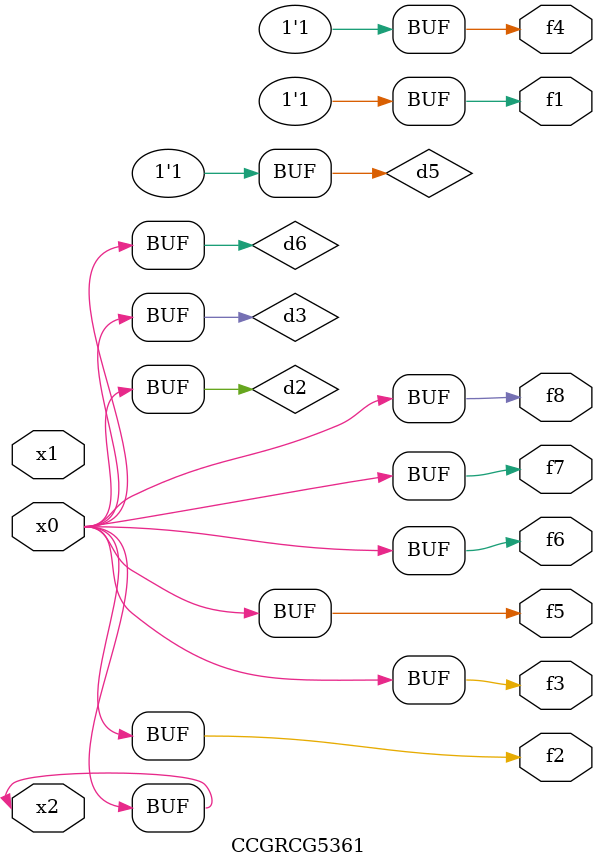
<source format=v>
module CCGRCG5361(
	input x0, x1, x2,
	output f1, f2, f3, f4, f5, f6, f7, f8
);

	wire d1, d2, d3, d4, d5, d6;

	xnor (d1, x2);
	buf (d2, x0, x2);
	and (d3, x0);
	xnor (d4, x1, x2);
	nand (d5, d1, d3);
	buf (d6, d2, d3);
	assign f1 = d5;
	assign f2 = d6;
	assign f3 = d6;
	assign f4 = d5;
	assign f5 = d6;
	assign f6 = d6;
	assign f7 = d6;
	assign f8 = d6;
endmodule

</source>
